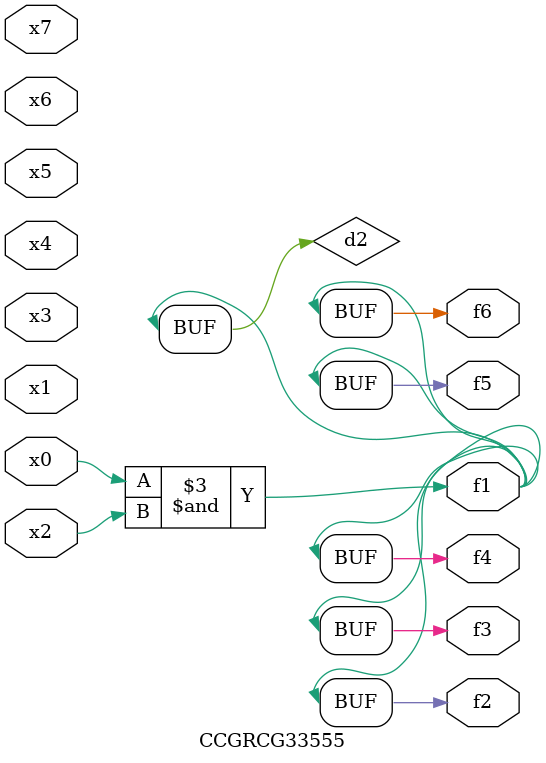
<source format=v>
module CCGRCG33555(
	input x0, x1, x2, x3, x4, x5, x6, x7,
	output f1, f2, f3, f4, f5, f6
);

	wire d1, d2;

	nor (d1, x3, x6);
	and (d2, x0, x2);
	assign f1 = d2;
	assign f2 = d2;
	assign f3 = d2;
	assign f4 = d2;
	assign f5 = d2;
	assign f6 = d2;
endmodule

</source>
